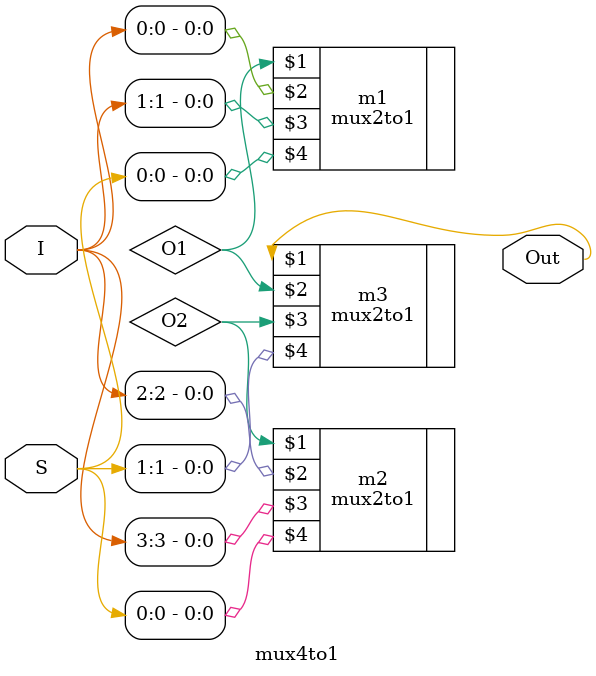
<source format=v>
module mux4to1 (Out, I, S);
	
	input [0:3] I;
	input [1:0] S;
	output Out;
	
	wire O1, O2;

	mux2to1 m1 (O1, I[0], I[1], S[0]);
	mux2to1 m2 (O2, I[2], I[3], S[0]);
	mux2to1 m3 (Out, O1, O2, S[1]);
		
endmodule
</source>
